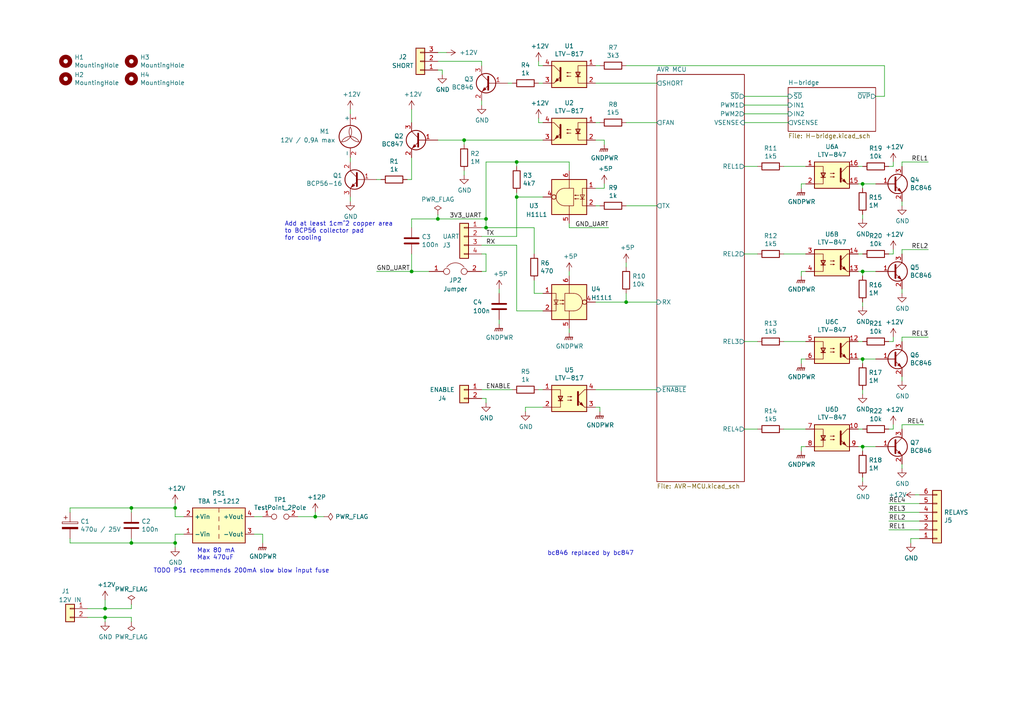
<source format=kicad_sch>
(kicad_sch (version 20230121) (generator eeschema)
  (paper "A4")
  (lib_symbols
    (symbol "Connector:TestPoint_2Pole" (pin_names (offset 0.762) hide)
      (property "Reference" "TP" (at 0 1.524 0))
      (property "Value" "TestPoint_2Pole" (at 0 -1.778 0))
      (symbol "TestPoint_2Pole_0_1"
        (pin passive line (at -5.08 0 0) (length 2.54) (name "1") (number "1"))
        (pin passive line (at 5.08 0 180) (length 2.54) (name "2") (number "2"))
      )
    )
    (symbol "Connector_Generic:Conn_01x02" (pin_names (offset 1.016) hide)
      (property "Reference" "J" (at 0 2.54 0))
      (property "Value" "Conn_01x02" (at 0 -5.08 0))
      (symbol "Conn_01x02_1_1"
        (pin passive line (at -5.08 0 0) (length 3.81) (name "Pin_1") (number "1"))
        (pin passive line (at -5.08 -2.54 0) (length 3.81) (name "Pin_2") (number "2"))
      )
    )
    (symbol "Connector_Generic:Conn_01x03" (pin_names (offset 1.016) hide)
      (property "Reference" "J" (at 0 5.08 0))
      (property "Value" "Conn_01x03" (at 0 -5.08 0))
      (symbol "Conn_01x03_1_1"
        (pin passive line (at -5.08 2.54 0) (length 3.81) (name "Pin_1") (number "1"))
        (pin passive line (at -5.08 0 0) (length 3.81) (name "Pin_2") (number "2"))
        (pin passive line (at -5.08 -2.54 0) (length 3.81) (name "Pin_3") (number "3"))
      )
    )
    (symbol "Connector_Generic:Conn_01x04" (pin_names (offset 1.016) hide)
      (property "Reference" "J" (at 0 5.08 0))
      (property "Value" "Conn_01x04" (at 0 -7.62 0))
      (symbol "Conn_01x04_1_1"
        (pin passive line (at -5.08 2.54 0) (length 3.81) (name "Pin_1") (number "1"))
        (pin passive line (at -5.08 0 0) (length 3.81) (name "Pin_2") (number "2"))
        (pin passive line (at -5.08 -2.54 0) (length 3.81) (name "Pin_3") (number "3"))
        (pin passive line (at -5.08 -5.08 0) (length 3.81) (name "Pin_4") (number "4"))
      )
    )
    (symbol "Connector_Generic:Conn_01x06" (pin_names (offset 1.016) hide)
      (property "Reference" "J" (at 0 7.62 0))
      (property "Value" "Conn_01x06" (at 0 -10.16 0))
      (symbol "Conn_01x06_1_1"
        (pin passive line (at -5.08 5.08 0) (length 3.81) (name "Pin_1") (number "1"))
        (pin passive line (at -5.08 2.54 0) (length 3.81) (name "Pin_2") (number "2"))
        (pin passive line (at -5.08 0 0) (length 3.81) (name "Pin_3") (number "3"))
        (pin passive line (at -5.08 -2.54 0) (length 3.81) (name "Pin_4") (number "4"))
        (pin passive line (at -5.08 -5.08 0) (length 3.81) (name "Pin_5") (number "5"))
        (pin passive line (at -5.08 -7.62 0) (length 3.81) (name "Pin_6") (number "6"))
      )
    )
    (symbol "Converter_DCDC:MEE1S1212SC"
      (property "Reference" "PS" (at -7.62 6.35 0))
      (property "Value" "MEE1S1212SC" (at 1.27 6.35 0))
      (symbol "MEE1S1212SC_0_0"
        (pin power_in line (at -10.16 -2.54 0) (length 2.54) (name "-Vin") (number "1"))
        (pin power_in line (at -10.16 2.54 0) (length 2.54) (name "+Vin") (number "2"))
        (pin power_out line (at 10.16 -2.54 180) (length 2.54) (name "-Vout") (number "3"))
        (pin power_out line (at 10.16 2.54 180) (length 2.54) (name "+Vout") (number "4"))
      )
    )
    (symbol "Device:C" (pin_numbers hide) (pin_names (offset 0.254))
      (property "Reference" "C" (at 0.635 2.54 0))
      (property "Value" "C" (at 0.635 -2.54 0))
      (symbol "C_1_1"
        (pin passive line (at 0 3.81 270) (length 2.794) (name "~") (number "1"))
        (pin passive line (at 0 -3.81 90) (length 2.794) (name "~") (number "2"))
      )
    )
    (symbol "Device:R" (pin_numbers hide) (pin_names (offset 0))
      (property "Reference" "R" (at 2.032 0 90))
      (property "Value" "R" (at 0 0 90))
      (symbol "R_1_1"
        (pin passive line (at 0 3.81 270) (length 1.27) (name "~") (number "1"))
        (pin passive line (at 0 -3.81 90) (length 1.27) (name "~") (number "2"))
      )
    )
    (symbol "Isolator:H11L1" (pin_names (offset 1.016))
      (property "Reference" "U" (at 1.27 8.89 0))
      (property "Value" "H11L1" (at 1.27 6.35 0))
      (symbol "H11L1_1_1"
        (pin passive line (at -7.62 2.54 0) (length 2.54) (name "~") (number "1"))
        (pin passive line (at -7.62 -2.54 0) (length 2.54) (name "~") (number "2"))
        (pin no_connect line (at -5.08 0 0) (length 2.54) hide (name "~") (number "3"))
        (pin output inverted (at 7.62 0 180) (length 3.81) (name "~") (number "4"))
        (pin power_in line (at 0 -7.62 90) (length 2.54) (name "~") (number "5"))
        (pin power_in line (at 0 7.62 270) (length 2.54) (name "~") (number "6"))
      )
    )
    (symbol "Isolator:LTV-817" (pin_names (offset 1.016))
      (property "Reference" "U" (at -5.08 5.08 0))
      (property "Value" "LTV-817" (at 0 5.08 0))
      (symbol "LTV-817_1_1"
        (pin passive line (at -7.62 2.54 0) (length 2.54) (name "~") (number "1"))
        (pin passive line (at -7.62 -2.54 0) (length 2.54) (name "~") (number "2"))
        (pin passive line (at 7.62 -2.54 180) (length 2.54) (name "~") (number "3"))
        (pin passive line (at 7.62 2.54 180) (length 2.54) (name "~") (number "4"))
      )
    )
    (symbol "Isolator:LTV-847" (pin_names (offset 1.016))
      (property "Reference" "U" (at -5.08 5.08 0))
      (property "Value" "LTV-847" (at 0 5.08 0))
      (symbol "LTV-847_1_1"
        (pin passive line (at -7.62 2.54 0) (length 2.54) (name "~") (number "1"))
        (pin passive line (at 7.62 -2.54 180) (length 2.54) (name "~") (number "15"))
        (pin passive line (at 7.62 2.54 180) (length 2.54) (name "~") (number "16"))
        (pin passive line (at -7.62 -2.54 0) (length 2.54) (name "~") (number "2"))
      )
      (symbol "LTV-847_2_1"
        (pin passive line (at 7.62 -2.54 180) (length 2.54) (name "~") (number "13"))
        (pin passive line (at 7.62 2.54 180) (length 2.54) (name "~") (number "14"))
        (pin passive line (at -7.62 2.54 0) (length 2.54) (name "~") (number "3"))
        (pin passive line (at -7.62 -2.54 0) (length 2.54) (name "~") (number "4"))
      )
      (symbol "LTV-847_3_1"
        (pin passive line (at 7.62 -2.54 180) (length 2.54) (name "~") (number "11"))
        (pin passive line (at 7.62 2.54 180) (length 2.54) (name "~") (number "12"))
        (pin passive line (at -7.62 2.54 0) (length 2.54) (name "~") (number "5"))
        (pin passive line (at -7.62 -2.54 0) (length 2.54) (name "~") (number "6"))
      )
      (symbol "LTV-847_4_1"
        (pin passive line (at 7.62 2.54 180) (length 2.54) (name "~") (number "10"))
        (pin passive line (at -7.62 2.54 0) (length 2.54) (name "~") (number "7"))
        (pin passive line (at -7.62 -2.54 0) (length 2.54) (name "~") (number "8"))
        (pin passive line (at 7.62 -2.54 180) (length 2.54) (name "~") (number "9"))
      )
    )
    (symbol "Mechanical:MountingHole" (pin_names (offset 1.016))
      (property "Reference" "H" (at 0 5.08 0))
      (property "Value" "MountingHole" (at 0 3.175 0))
    )
    (symbol "Motor:Fan" (pin_names (offset 0))
      (property "Reference" "M" (at 2.54 5.08 0))
      (property "Value" "Fan" (at 2.54 -2.54 0))
      (symbol "Fan_1_1"
        (pin passive line (at 0 7.62 270) (length 2.54) (name "+") (number "1"))
        (pin passive line (at 0 -5.08 90) (length 2.54) (name "-") (number "2"))
      )
    )
    (symbol "Transistor_BJT:BC846" (pin_names (offset 0) hide)
      (property "Reference" "Q" (at 5.08 1.905 0))
      (property "Value" "BC846" (at 5.08 0 0))
      (symbol "BC846_1_1"
        (pin input line (at -5.08 0 0) (length 5.715) (name "B") (number "1"))
        (pin passive line (at 2.54 -5.08 90) (length 2.54) (name "E") (number "2"))
        (pin passive line (at 2.54 5.08 270) (length 2.54) (name "C") (number "3"))
      )
    )
    (symbol "Transistor_BJT:BC847" (pin_names (offset 0) hide)
      (property "Reference" "Q" (at 5.08 1.905 0))
      (property "Value" "BC847" (at 5.08 0 0))
      (symbol "BC847_1_1"
        (pin input line (at -5.08 0 0) (length 5.715) (name "B") (number "1"))
        (pin passive line (at 2.54 -5.08 90) (length 2.54) (name "E") (number "2"))
        (pin passive line (at 2.54 5.08 270) (length 2.54) (name "C") (number "3"))
      )
    )
    (symbol "Transistor_BJT:BCP56" (pin_names (offset 0) hide)
      (property "Reference" "Q" (at 5.08 1.905 0))
      (property "Value" "BCP56" (at 5.08 0 0))
      (symbol "BCP56_1_1"
        (pin input line (at -5.08 0 0) (length 5.715) (name "B") (number "1"))
        (pin passive line (at 2.54 5.08 270) (length 2.54) (name "C") (number "2"))
        (pin passive line (at 2.54 -5.08 90) (length 2.54) (name "E") (number "3"))
        (pin passive line (at 2.54 5.08 270) (length 2.54) hide (name "C") (number "4"))
      )
    )
    (symbol "power:+12P" (power) (pin_names (offset 0))
      (property "Value" "+12P" (at 0 3.556 0))
      (symbol "+12P_1_1"
        (pin power_in line (at 0 0 90) (length 0) hide (name "+12P") (number "1"))
      )
    )
    (symbol "power:+12V" (power) (pin_names (offset 0))
      (property "Value" "+12V" (at 0 3.556 0))
      (symbol "+12V_1_1"
        (pin power_in line (at 0 0 90) (length 0) hide (name "+12V") (number "1"))
      )
    )
    (symbol "power:+5P" (power) (pin_names (offset 0))
      (property "Value" "+5P" (at 0 3.556 0))
      (symbol "+5P_1_1"
        (pin power_in line (at 0 0 90) (length 0) hide (name "+5P") (number "1"))
      )
    )
    (symbol "power:GND" (power) (pin_names (offset 0))
      (property "Value" "GND" (at 0 -3.81 0))
      (symbol "GND_1_1"
        (pin power_in line (at 0 0 270) (length 0) hide (name "GND") (number "1"))
      )
    )
    (symbol "power:GNDPWR" (power) (pin_names (offset 0))
      (property "Value" "GNDPWR" (at 0 -3.302 0))
      (symbol "GNDPWR_1_1"
        (pin power_in line (at 0 0 270) (length 0) hide (name "GNDPWR") (number "1"))
      )
    )
    (symbol "power:PWR_FLAG" (power) (pin_numbers hide) (pin_names (offset 0) hide)
      (property "Value" "PWR_FLAG" (at 0 3.81 0))
      (symbol "PWR_FLAG_0_0"
        (pin power_out line (at 0 0 90) (length 0) (name "pwr") (number "1"))
      )
    )
    (symbol "vetrnik-power-rescue:CP-Device" (pin_numbers hide) (pin_names (offset 0.254))
      (property "Reference" "C" (at 0.635 2.54 0))
      (property "Value" "Device_CP" (at 0.635 -2.54 0))
      (symbol "CP-Device_1_1"
        (pin passive line (at 0 3.81 270) (length 2.794) (name "~") (number "1"))
        (pin passive line (at 0 -3.81 90) (length 2.794) (name "~") (number "2"))
      )
    )
    (symbol "vetrnik-power-rescue:Jumper-Device" (pin_names (offset 0.762) hide)
      (property "Reference" "JP" (at 0 3.81 0))
      (property "Value" "Device_Jumper" (at 0 -2.032 0))
      (symbol "Jumper-Device_0_1"
        (pin passive line (at -7.62 0 0) (length 4.191) (name "1") (number "1"))
        (pin passive line (at 7.62 0 180) (length 4.191) (name "2") (number "2"))
      )
    )
  )
  (junction (at 119.38 78.74))
  (junction (at 181.61 87.63))
  (junction (at 91.44 149.86))
  (junction (at 250.19 78.74))
  (junction (at 134.62 40.64))
  (junction (at 38.1 157.48))
  (junction (at 38.1 147.32))
  (junction (at 250.19 53.34))
  (junction (at 140.97 66.04))
  (junction (at 149.86 46.99))
  (junction (at 250.19 104.14))
  (junction (at 50.8 157.48))
  (junction (at 30.48 179.07))
  (junction (at 50.8 147.32))
  (junction (at 149.86 57.15))
  (junction (at 140.97 63.5))
  (junction (at 30.48 176.53))
  (junction (at 127 63.5))
  (junction (at 250.19 129.54))
  (wire (pts (xy 250.19 73.66) (xy 248.92 73.66)))
  (wire (pts (xy 215.9 124.46) (xy 219.71 124.46)))
  (wire (pts (xy 228.6 30.48) (xy 215.9 30.48)))
  (wire (pts (xy 259.08 73.66) (xy 259.08 72.39)))
  (wire (pts (xy 175.26 54.61) (xy 175.26 53.34)))
  (wire (pts (xy 73.66 149.86) (xy 76.2 149.86)))
  (wire (pts (xy 232.41 78.74) (xy 233.68 78.74)))
  (wire (pts (xy 148.59 24.13) (xy 147.32 24.13)))
  (wire (pts (xy 101.6 45.72) (xy 101.6 46.99)))
  (wire (pts (xy 38.1 147.32) (xy 38.1 148.59)))
  (wire (pts (xy 165.1 96.52) (xy 165.1 95.25)))
  (wire (pts (xy 165.1 46.99) (xy 165.1 49.53)))
  (wire (pts (xy 261.62 85.09) (xy 261.62 83.82)))
  (wire (pts (xy 50.8 147.32) (xy 38.1 147.32)))
  (wire (pts (xy 261.62 110.49) (xy 261.62 109.22)))
  (wire (pts (xy 91.44 148.59) (xy 91.44 149.86)))
  (wire (pts (xy 215.9 27.94) (xy 228.6 27.94)))
  (wire (pts (xy 172.72 59.69) (xy 173.99 59.69)))
  (wire (pts (xy 119.38 66.04) (xy 119.38 63.5)))
  (wire (pts (xy 172.72 40.64) (xy 175.26 40.64)))
  (wire (pts (xy 38.1 176.53) (xy 30.48 176.53)))
  (wire (pts (xy 172.72 19.05) (xy 173.99 19.05)))
  (wire (pts (xy 227.33 73.66) (xy 233.68 73.66)))
  (wire (pts (xy 250.19 53.34) (xy 254 53.34)))
  (wire (pts (xy 20.32 147.32) (xy 20.32 148.59)))
  (wire (pts (xy 259.08 99.06) (xy 259.08 97.79)))
  (wire (pts (xy 232.41 129.54) (xy 233.68 129.54)))
  (wire (pts (xy 232.41 53.34) (xy 233.68 53.34)))
  (wire (pts (xy 144.78 92.71) (xy 144.78 93.98)))
  (wire (pts (xy 261.62 59.69) (xy 261.62 58.42)))
  (wire (pts (xy 176.53 66.04) (xy 165.1 66.04)))
  (wire (pts (xy 118.11 52.07) (xy 119.38 52.07)))
  (wire (pts (xy 25.4 176.53) (xy 30.48 176.53)))
  (wire (pts (xy 38.1 179.07) (xy 30.48 179.07)))
  (wire (pts (xy 149.86 46.99) (xy 165.1 46.99)))
  (wire (pts (xy 140.97 116.84) (xy 140.97 115.57)))
  (wire (pts (xy 261.62 123.19) (xy 261.62 124.46)))
  (wire (pts (xy 140.97 66.04) (xy 140.97 63.5)))
  (wire (pts (xy 250.19 114.3) (xy 250.19 113.03)))
  (wire (pts (xy 172.72 54.61) (xy 175.26 54.61)))
  (wire (pts (xy 261.62 99.06) (xy 261.62 97.79)))
  (wire (pts (xy 261.62 135.89) (xy 261.62 134.62)))
  (wire (pts (xy 250.19 78.74) (xy 254 78.74)))
  (wire (pts (xy 149.86 90.17) (xy 157.48 90.17)))
  (wire (pts (xy 257.81 146.05) (xy 266.7 146.05)))
  (wire (pts (xy 257.81 73.66) (xy 259.08 73.66)))
  (wire (pts (xy 38.1 156.21) (xy 38.1 157.48)))
  (wire (pts (xy 119.38 73.66) (xy 119.38 78.74)))
  (wire (pts (xy 156.21 113.03) (xy 157.48 113.03)))
  (wire (pts (xy 181.61 59.69) (xy 190.5 59.69)))
  (wire (pts (xy 152.4 119.38) (xy 152.4 118.11)))
  (wire (pts (xy 128.27 21.59) (xy 128.27 20.32)))
  (wire (pts (xy 190.5 113.03) (xy 172.72 113.03)))
  (wire (pts (xy 154.94 85.09) (xy 157.48 85.09)))
  (wire (pts (xy 227.33 99.06) (xy 233.68 99.06)))
  (wire (pts (xy 119.38 45.72) (xy 119.38 52.07)))
  (wire (pts (xy 139.7 78.74) (xy 140.97 78.74)))
  (wire (pts (xy 248.92 53.34) (xy 250.19 53.34)))
  (wire (pts (xy 181.61 35.56) (xy 190.5 35.56)))
  (wire (pts (xy 215.9 35.56) (xy 228.6 35.56)))
  (wire (pts (xy 269.24 97.79) (xy 261.62 97.79)))
  (wire (pts (xy 259.08 124.46) (xy 259.08 123.19)))
  (wire (pts (xy 257.81 148.59) (xy 266.7 148.59)))
  (wire (pts (xy 165.1 66.04) (xy 165.1 64.77)))
  (wire (pts (xy 25.4 179.07) (xy 30.48 179.07)))
  (wire (pts (xy 250.19 80.01) (xy 250.19 78.74)))
  (wire (pts (xy 269.24 72.39) (xy 261.62 72.39)))
  (wire (pts (xy 93.98 149.86) (xy 91.44 149.86)))
  (wire (pts (xy 38.1 157.48) (xy 50.8 157.48)))
  (wire (pts (xy 250.19 99.06) (xy 248.92 99.06)))
  (wire (pts (xy 250.19 104.14) (xy 254 104.14)))
  (wire (pts (xy 173.99 35.56) (xy 172.72 35.56)))
  (wire (pts (xy 257.81 151.13) (xy 266.7 151.13)))
  (wire (pts (xy 181.61 85.09) (xy 181.61 87.63)))
  (wire (pts (xy 250.19 129.54) (xy 254 129.54)))
  (wire (pts (xy 134.62 40.64) (xy 134.62 41.91)))
  (wire (pts (xy 140.97 66.04) (xy 154.94 66.04)))
  (wire (pts (xy 127 17.78) (xy 139.7 17.78)))
  (wire (pts (xy 232.41 80.01) (xy 232.41 78.74)))
  (wire (pts (xy 50.8 147.32) (xy 50.8 149.86)))
  (wire (pts (xy 124.46 78.74) (xy 119.38 78.74)))
  (wire (pts (xy 256.54 27.94) (xy 254 27.94)))
  (wire (pts (xy 50.8 149.86) (xy 53.34 149.86)))
  (wire (pts (xy 154.94 66.04) (xy 154.94 73.66)))
  (wire (pts (xy 269.24 46.99) (xy 261.62 46.99)))
  (wire (pts (xy 139.7 17.78) (xy 139.7 19.05)))
  (wire (pts (xy 250.19 130.81) (xy 250.19 129.54)))
  (wire (pts (xy 250.19 54.61) (xy 250.19 53.34)))
  (wire (pts (xy 257.81 153.67) (xy 266.7 153.67)))
  (wire (pts (xy 172.72 87.63) (xy 181.61 87.63)))
  (wire (pts (xy 109.22 78.74) (xy 119.38 78.74)))
  (wire (pts (xy 38.1 180.34) (xy 38.1 179.07)))
  (wire (pts (xy 140.97 115.57) (xy 139.7 115.57)))
  (wire (pts (xy 127 63.5) (xy 140.97 63.5)))
  (wire (pts (xy 20.32 157.48) (xy 38.1 157.48)))
  (wire (pts (xy 156.21 17.78) (xy 156.21 19.05)))
  (wire (pts (xy 256.54 19.05) (xy 256.54 27.94)))
  (wire (pts (xy 215.9 73.66) (xy 219.71 73.66)))
  (wire (pts (xy 76.2 157.48) (xy 76.2 154.94)))
  (wire (pts (xy 250.19 105.41) (xy 250.19 104.14)))
  (wire (pts (xy 154.94 81.28) (xy 154.94 85.09)))
  (wire (pts (xy 227.33 124.46) (xy 233.68 124.46)))
  (wire (pts (xy 140.97 46.99) (xy 149.86 46.99)))
  (wire (pts (xy 139.7 113.03) (xy 148.59 113.03)))
  (wire (pts (xy 30.48 179.07) (xy 30.48 180.34)))
  (wire (pts (xy 139.7 30.48) (xy 139.7 29.21)))
  (wire (pts (xy 101.6 33.02) (xy 101.6 31.75)))
  (wire (pts (xy 250.19 63.5) (xy 250.19 62.23)))
  (wire (pts (xy 127 62.23) (xy 127 63.5)))
  (wire (pts (xy 156.21 24.13) (xy 157.48 24.13)))
  (wire (pts (xy 227.33 48.26) (xy 233.68 48.26)))
  (wire (pts (xy 232.41 130.81) (xy 232.41 129.54)))
  (wire (pts (xy 172.72 24.13) (xy 190.5 24.13)))
  (wire (pts (xy 50.8 146.05) (xy 50.8 147.32)))
  (wire (pts (xy 109.22 52.07) (xy 110.49 52.07)))
  (wire (pts (xy 173.99 119.38) (xy 173.99 118.11)))
  (wire (pts (xy 257.81 48.26) (xy 259.08 48.26)))
  (wire (pts (xy 30.48 176.53) (xy 30.48 173.99)))
  (wire (pts (xy 259.08 48.26) (xy 259.08 46.99)))
  (wire (pts (xy 261.62 73.66) (xy 261.62 72.39)))
  (wire (pts (xy 232.41 54.61) (xy 232.41 53.34)))
  (wire (pts (xy 149.86 71.12) (xy 149.86 90.17)))
  (wire (pts (xy 139.7 68.58) (xy 149.86 68.58)))
  (wire (pts (xy 156.21 34.29) (xy 156.21 35.56)))
  (wire (pts (xy 156.21 35.56) (xy 157.48 35.56)))
  (wire (pts (xy 250.19 139.7) (xy 250.19 138.43)))
  (wire (pts (xy 140.97 73.66) (xy 140.97 78.74)))
  (wire (pts (xy 250.19 124.46) (xy 248.92 124.46)))
  (wire (pts (xy 149.86 68.58) (xy 149.86 57.15)))
  (wire (pts (xy 128.27 20.32) (xy 127 20.32)))
  (wire (pts (xy 76.2 154.94) (xy 73.66 154.94)))
  (wire (pts (xy 181.61 87.63) (xy 190.5 87.63)))
  (wire (pts (xy 38.1 147.32) (xy 20.32 147.32)))
  (wire (pts (xy 232.41 104.14) (xy 233.68 104.14)))
  (wire (pts (xy 267.97 123.19) (xy 261.62 123.19)))
  (wire (pts (xy 119.38 63.5) (xy 127 63.5)))
  (wire (pts (xy 139.7 73.66) (xy 140.97 73.66)))
  (wire (pts (xy 261.62 46.99) (xy 261.62 48.26)))
  (wire (pts (xy 264.16 157.48) (xy 264.16 156.21)))
  (wire (pts (xy 50.8 158.75) (xy 50.8 157.48)))
  (wire (pts (xy 257.81 124.46) (xy 259.08 124.46)))
  (wire (pts (xy 232.41 105.41) (xy 232.41 104.14)))
  (wire (pts (xy 265.43 143.51) (xy 266.7 143.51)))
  (wire (pts (xy 181.61 76.2) (xy 181.61 77.47)))
  (wire (pts (xy 149.86 48.26) (xy 149.86 46.99)))
  (wire (pts (xy 173.99 118.11) (xy 172.72 118.11)))
  (wire (pts (xy 139.7 71.12) (xy 149.86 71.12)))
  (wire (pts (xy 181.61 19.05) (xy 256.54 19.05)))
  (wire (pts (xy 248.92 104.14) (xy 250.19 104.14)))
  (wire (pts (xy 152.4 118.11) (xy 157.48 118.11)))
  (wire (pts (xy 248.92 129.54) (xy 250.19 129.54)))
  (wire (pts (xy 165.1 78.74) (xy 165.1 80.01)))
  (wire (pts (xy 215.9 48.26) (xy 219.71 48.26)))
  (wire (pts (xy 134.62 50.8) (xy 134.62 49.53)))
  (wire (pts (xy 127 40.64) (xy 134.62 40.64)))
  (wire (pts (xy 144.78 83.82) (xy 144.78 85.09)))
  (wire (pts (xy 156.21 19.05) (xy 157.48 19.05)))
  (wire (pts (xy 175.26 40.64) (xy 175.26 41.91)))
  (wire (pts (xy 215.9 33.02) (xy 228.6 33.02)))
  (wire (pts (xy 38.1 175.26) (xy 38.1 176.53)))
  (wire (pts (xy 20.32 156.21) (xy 20.32 157.48)))
  (wire (pts (xy 250.19 88.9) (xy 250.19 87.63)))
  (wire (pts (xy 140.97 63.5) (xy 140.97 46.99)))
  (wire (pts (xy 91.44 149.86) (xy 86.36 149.86)))
  (wire (pts (xy 139.7 66.04) (xy 140.97 66.04)))
  (wire (pts (xy 215.9 99.06) (xy 219.71 99.06)))
  (wire (pts (xy 50.8 157.48) (xy 50.8 154.94)))
  (wire (pts (xy 264.16 156.21) (xy 266.7 156.21)))
  (wire (pts (xy 50.8 154.94) (xy 53.34 154.94)))
  (wire (pts (xy 149.86 57.15) (xy 149.86 55.88)))
  (wire (pts (xy 101.6 58.42) (xy 101.6 57.15)))
  (wire (pts (xy 134.62 40.64) (xy 157.48 40.64)))
  (wire (pts (xy 248.92 48.26) (xy 250.19 48.26)))
  (wire (pts (xy 119.38 31.75) (xy 119.38 35.56)))
  (wire (pts (xy 257.81 99.06) (xy 259.08 99.06)))
  (wire (pts (xy 248.92 78.74) (xy 250.19 78.74)))
  (wire (pts (xy 157.48 57.15) (xy 149.86 57.15)))
  (wire (pts (xy 129.54 15.24) (xy 127 15.24)))
  (text "Add at least 1cm^2 copper area\nto BCP56 collector pad\nfor cooling" (at 82.55 69.85 0) (effects (font (size 1.27 1.27)) (justify left bottom)))
  (text "Max 80 mA\nMax 470uF" (at 57.15 162.56 0) (effects (font (size 1.27 1.27)) (justify left bottom)))
  (text "TODO PS1 recommends 200mA slow blow input fuse" (at 44.45 166.37 0) (effects (font (size 1.27 1.27)) (justify left bottom)))
  (text "bc846 replaced by bc847" (at 158.75 161.29 0) (effects (font (size 1.27 1.27)) (justify left bottom)))
  (label "3V3_UART" (at 139.7 63.5 180))
  (label "REL4" (at 257.81 146.05 0))
  (label "REL2" (at 269.24 72.39 180))
  (label "REL3" (at 269.24 97.79 180))
  (label "RX" (at 140.97 71.12 0))
  (label "ENABLE" (at 140.97 113.03 0))
  (label "TX" (at 140.97 68.58 0))
  (label "REL4" (at 267.97 123.19 180))
  (label "REL1" (at 257.81 153.67 0))
  (label "GND_UART" (at 176.53 66.04 180))
  (label "GND_UART" (at 109.22 78.74 0))
  (label "REL1" (at 269.24 46.99 180))
  (label "REL2" (at 257.81 151.13 0))
  (label "REL3" (at 257.81 148.59 0))
  (symbol (lib_id "Device:R") (at 181.61 81.28 0) (unit 1)
    (property "Reference" "R10" (at 183.388 80.1116 0) (effects (justify left)))
    (property "Value" "10k" (at 183.388 82.423 0) (effects (justify left)))
    (property "Footprint" "Resistor_SMD:R_1206_3216Metric_Pad1.30x1.75mm_HandSolder" (effects hide))
  )
  (symbol (lib_id "Isolator:LTV-817") (at 165.1 21.59 0) (mirror y) (unit 1)
    (property "Reference" "U1" (at 165.1 13.335 0))
    (property "Value" "LTV-817" (at 165.1 15.6464 0))
    (property "Footprint" "Package_DIP:DIP-4_W7.62mm" (effects hide))
    (property "Datasheet" "http://www.us.liteon.com/downloads/LTV-817-827-847.PDF" (effects hide))
  )
  (symbol (lib_id "power:+5P") (at 181.61 76.2 0) (unit 1)
    (property "Reference" "#PWR027" (effects hide))
    (property "Value" "+5P" (at 181.991 71.8058 0))
  )
  (symbol (lib_id "power:+5P") (at 165.1 78.74 0) (unit 1)
    (property "Reference" "#PWR022" (effects hide))
    (property "Value" "+5P" (at 165.481 74.3458 0))
  )
  (symbol (lib_id "Isolator:LTV-817") (at 165.1 38.1 0) (mirror y) (unit 1)
    (property "Reference" "U2" (at 165.1 29.845 0))
    (property "Value" "LTV-817" (at 165.1 32.1564 0))
    (property "Footprint" "Package_DIP:DIP-4_W7.62mm" (effects hide))
    (property "Datasheet" "http://www.us.liteon.com/downloads/LTV-817-827-847.PDF" (effects hide))
  )
  (symbol (lib_id "power:GNDPWR") (at 165.1 96.52 0) (unit 1)
    (property "Reference" "#PWR023" (effects hide))
    (property "Value" "GNDPWR" (at 165.2016 100.4316 0))
  )
  (symbol (lib_id "Isolator:LTV-817") (at 165.1 115.57 0) (unit 1)
    (property "Reference" "U5" (at 165.1 107.315 0))
    (property "Value" "LTV-817" (at 165.1 109.6264 0))
    (property "Footprint" "Package_DIP:DIP-4_W7.62mm" (effects hide))
    (property "Datasheet" "http://www.us.liteon.com/downloads/LTV-817-827-847.PDF" (effects hide))
  )
  (symbol (lib_id "power:+5P") (at 175.26 53.34 0) (unit 1)
    (property "Reference" "#PWR026" (effects hide))
    (property "Value" "+5P" (at 175.641 48.9458 0))
  )
  (symbol (lib_id "Device:R") (at 177.8 59.69 270) (unit 1)
    (property "Reference" "R9" (at 177.8 54.4322 90))
    (property "Value" "1k" (at 177.8 56.7436 90))
    (property "Footprint" "Resistor_SMD:R_1206_3216Metric_Pad1.30x1.75mm_HandSolder" (effects hide))
  )
  (symbol (lib_id "Device:R") (at 149.86 52.07 0) (unit 1)
    (property "Reference" "R3" (at 151.638 50.9016 0) (effects (justify left)))
    (property "Value" "4k7" (at 151.638 53.213 0) (effects (justify left)))
    (property "Footprint" "Resistor_SMD:R_1206_3216Metric_Pad1.30x1.75mm_HandSolder" (effects hide))
  )
  (symbol (lib_id "Mechanical:MountingHole") (at 19.05 17.78 0) (unit 1)
    (property "Reference" "H1" (at 21.59 16.6116 0) (effects (justify left)))
    (property "Value" "MountingHole" (at 21.59 18.923 0) (effects (justify left)))
    (property "Footprint" "MountingHole:MountingHole_3.2mm_M3" (effects hide))
  )
  (symbol (lib_id "Mechanical:MountingHole") (at 38.1 17.78 0) (unit 1)
    (property "Reference" "H3" (at 40.64 16.6116 0) (effects (justify left)))
    (property "Value" "MountingHole" (at 40.64 18.923 0) (effects (justify left)))
    (property "Footprint" "MountingHole:MountingHole_3.2mm_M3" (effects hide))
  )
  (symbol (lib_id "Connector_Generic:Conn_01x04") (at 134.62 68.58 0) (mirror y) (unit 1)
    (property "Reference" "J3" (at 129.54 71.12 0))
    (property "Value" "UART" (at 130.81 68.58 0))
    (property "Footprint" "Connector_Molex:Molex_KK-254_AE-6410-04A_1x04_P2.54mm_Vertical" (effects hide))
  )
  (symbol (lib_id "Mechanical:MountingHole") (at 19.05 22.86 0) (unit 1)
    (property "Reference" "H2" (at 21.59 21.6916 0) (effects (justify left)))
    (property "Value" "MountingHole" (at 21.59 24.003 0) (effects (justify left)))
    (property "Footprint" "MountingHole:MountingHole_3.2mm_M3" (effects hide))
  )
  (symbol (lib_id "Mechanical:MountingHole") (at 38.1 22.86 0) (unit 1)
    (property "Reference" "H4" (at 40.64 21.6916 0) (effects (justify left)))
    (property "Value" "MountingHole" (at 40.64 24.003 0) (effects (justify left)))
    (property "Footprint" "MountingHole:MountingHole_3.2mm_M3" (effects hide))
  )
  (symbol (lib_id "Device:R") (at 154.94 77.47 0) (unit 1)
    (property "Reference" "R6" (at 156.718 76.3016 0) (effects (justify left)))
    (property "Value" "470" (at 156.718 78.613 0) (effects (justify left)))
    (property "Footprint" "Resistor_SMD:R_1206_3216Metric_Pad1.30x1.75mm_HandSolder" (effects hide))
  )
  (symbol (lib_id "Device:C") (at 119.38 69.85 0) (unit 1)
    (property "Reference" "C3" (at 122.301 68.6816 0) (effects (justify left)))
    (property "Value" "100n" (at 122.301 70.993 0) (effects (justify left)))
    (property "Footprint" "Capacitor_SMD:C_1206_3216Metric_Pad1.33x1.80mm_HandSolder" (effects hide))
  )
  (symbol (lib_id "Converter_DCDC:MEE1S1212SC") (at 63.5 152.4 0) (unit 1)
    (property "Reference" "PS1" (at 63.5 143.0782 0))
    (property "Value" "TBA 1-1212" (at 63.5 145.3896 0))
    (property "Footprint" "Converter_DCDC:Converter_DCDC_Murata_MEE1SxxxxSC_THT" (effects hide))
    (property "Datasheet" "https://www.tme.eu/Document/04c8092078f15ad8e8fca758a461a5e9/tba1-datasheet.pdf" (effects hide))
    (property "TME" "https://www.tme.eu/cz/details/tba1-1212/dc-dc-menice/traco-power/tba-1-1212/" (effects hide))
  )
  (symbol (lib_id "power:GNDPWR") (at 76.2 157.48 0) (unit 1)
    (property "Reference" "#PWR05" (effects hide))
    (property "Value" "GNDPWR" (at 76.3016 161.3916 0))
  )
  (symbol (lib_id "power:+12P") (at 91.44 148.59 0) (unit 1)
    (property "Reference" "#PWR06" (effects hide))
    (property "Value" "+12P" (at 91.821 144.1958 0))
  )
  (symbol (lib_id "power:GND") (at 50.8 158.75 0) (unit 1)
    (property "Reference" "#PWR04" (effects hide))
    (property "Value" "GND" (at 50.927 163.1442 0))
  )
  (symbol (lib_id "power:+12V") (at 50.8 146.05 0) (unit 1)
    (property "Reference" "#PWR03" (effects hide))
    (property "Value" "+12V" (at 51.181 141.6558 0))
  )
  (symbol (lib_id "Device:R") (at 177.8 19.05 270) (unit 1)
    (property "Reference" "R7" (at 177.8 13.7922 90))
    (property "Value" "3k3" (at 177.8 16.1036 90))
    (property "Footprint" "Resistor_SMD:R_1206_3216Metric_Pad1.30x1.75mm_HandSolder" (effects hide))
  )
  (symbol (lib_id "power:+12V") (at 156.21 17.78 0) (unit 1)
    (property "Reference" "#PWR019" (effects hide))
    (property "Value" "+12V" (at 156.591 13.3858 0))
  )
  (symbol (lib_id "Transistor_BJT:BC846") (at 142.24 24.13 0) (mirror y) (unit 1)
    (property "Reference" "Q3" (at 137.3886 22.9616 0) (effects (justify left)))
    (property "Value" "BC846" (at 137.3886 25.273 0) (effects (justify left)))
    (property "Footprint" "Package_TO_SOT_SMD:SOT-23" (effects hide))
    (property "Datasheet" "https://assets.nexperia.com/documents/data-sheet/BC846_SER.pdf" (effects hide))
  )
  (symbol (lib_id "power:GND") (at 139.7 30.48 0) (unit 1)
    (property "Reference" "#PWR013" (effects hide))
    (property "Value" "GND" (at 139.827 34.8742 0))
  )
  (symbol (lib_id "Device:R") (at 152.4 24.13 270) (unit 1)
    (property "Reference" "R4" (at 152.4 18.8722 90))
    (property "Value" "1k" (at 152.4 21.1836 90))
    (property "Footprint" "Resistor_SMD:R_1206_3216Metric_Pad1.30x1.75mm_HandSolder" (effects hide))
  )
  (symbol (lib_id "power:GND") (at 128.27 21.59 0) (unit 1)
    (property "Reference" "#PWR010" (effects hide))
    (property "Value" "GND" (at 128.397 25.9842 0))
  )
  (symbol (lib_id "power:GNDPWR") (at 173.99 119.38 0) (unit 1)
    (property "Reference" "#PWR024" (effects hide))
    (property "Value" "GNDPWR" (at 174.0916 123.2916 0))
  )
  (symbol (lib_id "power:GND") (at 152.4 119.38 0) (unit 1)
    (property "Reference" "#PWR018" (effects hide))
    (property "Value" "GND" (at 152.527 123.7742 0))
  )
  (symbol (lib_id "vetrnik-power-rescue:Jumper-Device") (at 132.08 78.74 0) (unit 1)
    (property "Reference" "JP2" (at 132.08 81.28 0))
    (property "Value" "Jumper" (at 132.08 83.82 0))
    (property "Footprint" "Resistor_SMD:R_1206_3216Metric_Pad1.30x1.75mm_HandSolder" (effects hide))
  )
  (symbol (lib_id "Device:C") (at 144.78 88.9 0) (unit 1)
    (property "Reference" "C4" (at 137.16 87.63 0) (effects (justify left)))
    (property "Value" "100n" (at 137.16 90.17 0) (effects (justify left)))
    (property "Footprint" "Capacitor_SMD:C_1206_3216Metric_Pad1.33x1.80mm_HandSolder" (effects hide))
  )
  (symbol (lib_id "power:GNDPWR") (at 144.78 93.98 0) (unit 1)
    (property "Reference" "#PWR017" (effects hide))
    (property "Value" "GNDPWR" (at 144.8816 97.8916 0))
  )
  (symbol (lib_id "power:+5P") (at 144.78 83.82 0) (unit 1)
    (property "Reference" "#PWR016" (effects hide))
    (property "Value" "+5P" (at 145.161 79.4258 0))
  )
  (symbol (lib_id "Connector_Generic:Conn_01x02") (at 134.62 113.03 0) (mirror y) (unit 1)
    (property "Reference" "J4" (at 128.27 115.57 0))
    (property "Value" "ENABLE" (at 128.27 113.03 0))
    (property "Footprint" "Connector_Molex:Molex_KK-254_AE-6410-02A_1x02_P2.54mm_Vertical" (effects hide))
  )
  (symbol (lib_id "power:GND") (at 140.97 116.84 0) (unit 1)
    (property "Reference" "#PWR015" (effects hide))
    (property "Value" "GND" (at 141.097 121.2342 0))
  )
  (symbol (lib_id "Device:R") (at 152.4 113.03 270) (unit 1)
    (property "Reference" "R5" (at 152.4 107.7722 90))
    (property "Value" "1k" (at 152.4 110.0836 90))
    (property "Footprint" "Resistor_SMD:R_1206_3216Metric_Pad1.30x1.75mm_HandSolder" (effects hide))
  )
  (symbol (lib_id "Connector_Generic:Conn_01x02") (at 20.32 176.53 0) (mirror y) (unit 1)
    (property "Reference" "J1" (at 19.05 171.45 0))
    (property "Value" "12V IN" (at 20.32 173.99 0))
    (property "Footprint" "Connector_Molex:Molex_KK-254_AE-6410-02A_1x02_P2.54mm_Vertical" (effects hide))
  )
  (symbol (lib_id "power:GND") (at 30.48 180.34 0) (unit 1)
    (property "Reference" "#PWR02" (effects hide))
    (property "Value" "GND" (at 30.607 184.7342 0))
  )
  (symbol (lib_id "power:+12V") (at 30.48 173.99 0) (unit 1)
    (property "Reference" "#PWR01" (effects hide))
    (property "Value" "+12V" (at 30.861 169.5958 0))
  )
  (symbol (lib_id "power:PWR_FLAG") (at 38.1 175.26 0) (unit 1)
    (property "Reference" "#FLG01" (effects hide))
    (property "Value" "PWR_FLAG" (at 38.1 170.8658 0))
  )
  (symbol (lib_id "power:PWR_FLAG") (at 38.1 180.34 180) (unit 1)
    (property "Reference" "#FLG02" (effects hide))
    (property "Value" "PWR_FLAG" (at 38.1 184.7342 0))
  )
  (symbol (lib_id "Isolator:LTV-847") (at 241.3 127 0) (unit 4)
    (property "Reference" "U6" (at 241.3 118.745 0))
    (property "Value" "LTV-847" (at 241.3 121.0564 0))
    (property "Footprint" "Package_DIP:DIP-16_W7.62mm" (effects hide))
    (property "Datasheet" "http://optoelectronics.liteon.com/upload/download/DS-70-96-0016/LTV-8X7%20series.PDF" (effects hide))
  )
  (symbol (lib_id "Isolator:LTV-847") (at 241.3 50.8 0) (unit 1)
    (property "Reference" "U6" (at 241.3 42.545 0))
    (property "Value" "LTV-847" (at 241.3 44.8564 0))
    (property "Footprint" "Package_DIP:DIP-16_W7.62mm" (effects hide))
    (property "Datasheet" "http://optoelectronics.liteon.com/upload/download/DS-70-96-0016/LTV-8X7%20series.PDF" (effects hide))
  )
  (symbol (lib_id "Isolator:LTV-847") (at 241.3 76.2 0) (unit 2)
    (property "Reference" "U6" (at 241.3 67.945 0))
    (property "Value" "LTV-847" (at 241.3 70.2564 0))
    (property "Footprint" "Package_DIP:DIP-16_W7.62mm" (effects hide))
    (property "Datasheet" "http://optoelectronics.liteon.com/upload/download/DS-70-96-0016/LTV-8X7%20series.PDF" (effects hide))
  )
  (symbol (lib_id "Isolator:LTV-847") (at 241.3 101.6 0) (unit 3)
    (property "Reference" "U6" (at 241.3 93.345 0))
    (property "Value" "LTV-847" (at 241.3 95.6564 0))
    (property "Footprint" "Package_DIP:DIP-16_W7.62mm" (effects hide))
    (property "Datasheet" "http://optoelectronics.liteon.com/upload/download/DS-70-96-0016/LTV-8X7%20series.PDF" (effects hide))
  )
  (symbol (lib_id "Device:R") (at 223.52 48.26 270) (unit 1)
    (property "Reference" "R11" (at 223.52 43.0022 90))
    (property "Value" "1k5" (at 223.52 45.3136 90))
    (property "Footprint" "Resistor_SMD:R_1206_3216Metric_Pad1.30x1.75mm_HandSolder" (effects hide))
  )
  (symbol (lib_id "Device:R") (at 223.52 73.66 270) (unit 1)
    (property "Reference" "R12" (at 223.52 68.4022 90))
    (property "Value" "1k5" (at 223.52 70.7136 90))
    (property "Footprint" "Resistor_SMD:R_1206_3216Metric_Pad1.30x1.75mm_HandSolder" (effects hide))
  )
  (symbol (lib_id "Device:R") (at 223.52 99.06 270) (unit 1)
    (property "Reference" "R13" (at 223.52 93.8022 90))
    (property "Value" "1k5" (at 223.52 96.1136 90))
    (property "Footprint" "Resistor_SMD:R_1206_3216Metric_Pad1.30x1.75mm_HandSolder" (effects hide))
  )
  (symbol (lib_id "power:GNDPWR") (at 232.41 105.41 0) (unit 1)
    (property "Reference" "#PWR030" (effects hide))
    (property "Value" "GNDPWR" (at 232.5116 109.3216 0))
  )
  (symbol (lib_id "power:GNDPWR") (at 232.41 80.01 0) (unit 1)
    (property "Reference" "#PWR029" (effects hide))
    (property "Value" "GNDPWR" (at 232.5116 83.9216 0))
  )
  (symbol (lib_id "power:GNDPWR") (at 232.41 54.61 0) (unit 1)
    (property "Reference" "#PWR028" (effects hide))
    (property "Value" "GNDPWR" (at 232.5116 58.5216 0))
  )
  (symbol (lib_id "Transistor_BJT:BC846") (at 259.08 53.34 0) (unit 1)
    (property "Reference" "Q4" (at 263.9314 52.1716 0) (effects (justify left)))
    (property "Value" "BC846" (at 263.9314 54.483 0) (effects (justify left)))
    (property "Footprint" "Package_TO_SOT_SMD:SOT-23" (effects hide))
    (property "Datasheet" "https://assets.nexperia.com/documents/data-sheet/BC846_SER.pdf" (effects hide))
  )
  (symbol (lib_id "Transistor_BJT:BC846") (at 259.08 78.74 0) (unit 1)
    (property "Reference" "Q5" (at 263.9314 77.5716 0) (effects (justify left)))
    (property "Value" "BC846" (at 263.9314 79.883 0) (effects (justify left)))
    (property "Footprint" "Package_TO_SOT_SMD:SOT-23" (effects hide))
    (property "Datasheet" "https://assets.nexperia.com/documents/data-sheet/BC846_SER.pdf" (effects hide))
  )
  (symbol (lib_id "Transistor_BJT:BC846") (at 259.08 104.14 0) (unit 1)
    (property "Reference" "Q6" (at 263.9314 102.9716 0) (effects (justify left)))
    (property "Value" "BC846" (at 263.9314 105.283 0) (effects (justify left)))
    (property "Footprint" "Package_TO_SOT_SMD:SOT-23" (effects hide))
    (property "Datasheet" "https://assets.nexperia.com/documents/data-sheet/BC846_SER.pdf" (effects hide))
  )
  (symbol (lib_id "power:+12V") (at 259.08 46.99 0) (unit 1)
    (property "Reference" "#PWR036" (effects hide))
    (property "Value" "+12V" (at 259.461 42.5958 0))
  )
  (symbol (lib_id "Device:R") (at 254 48.26 270) (unit 1)
    (property "Reference" "R19" (at 254 43.0022 90))
    (property "Value" "10k" (at 254 45.3136 90))
    (property "Footprint" "Resistor_SMD:R_1206_3216Metric_Pad1.30x1.75mm_HandSolder" (effects hide))
  )
  (symbol (lib_id "power:GND") (at 261.62 59.69 0) (unit 1)
    (property "Reference" "#PWR040" (effects hide))
    (property "Value" "GND" (at 261.747 64.0842 0))
  )
  (symbol (lib_id "Device:R") (at 254 73.66 270) (unit 1)
    (property "Reference" "R20" (at 254 68.4022 90))
    (property "Value" "10k" (at 254 70.7136 90))
    (property "Footprint" "Resistor_SMD:R_1206_3216Metric_Pad1.30x1.75mm_HandSolder" (effects hide))
  )
  (symbol (lib_id "power:+12V") (at 259.08 72.39 0) (unit 1)
    (property "Reference" "#PWR037" (effects hide))
    (property "Value" "+12V" (at 259.461 67.9958 0))
  )
  (symbol (lib_id "power:GND") (at 261.62 85.09 0) (unit 1)
    (property "Reference" "#PWR041" (effects hide))
    (property "Value" "GND" (at 261.747 89.4842 0))
  )
  (symbol (lib_id "Device:R") (at 254 99.06 270) (unit 1)
    (property "Reference" "R21" (at 254 93.8022 90))
    (property "Value" "10k" (at 254 96.1136 90))
    (property "Footprint" "Resistor_SMD:R_1206_3216Metric_Pad1.30x1.75mm_HandSolder" (effects hide))
  )
  (symbol (lib_id "power:+12V") (at 259.08 97.79 0) (unit 1)
    (property "Reference" "#PWR038" (effects hide))
    (property "Value" "+12V" (at 259.461 93.3958 0))
  )
  (symbol (lib_id "power:GND") (at 261.62 110.49 0) (unit 1)
    (property "Reference" "#PWR042" (effects hide))
    (property "Value" "GND" (at 261.747 114.8842 0))
  )
  (symbol (lib_id "power:GNDPWR") (at 175.26 41.91 0) (unit 1)
    (property "Reference" "#PWR025" (effects hide))
    (property "Value" "GNDPWR" (at 175.3616 45.8216 0))
  )
  (symbol (lib_id "Device:R") (at 177.8 35.56 270) (unit 1)
    (property "Reference" "R8" (at 177.8 30.3022 90))
    (property "Value" "1k5" (at 177.8 32.6136 90))
    (property "Footprint" "Resistor_SMD:R_1206_3216Metric_Pad1.30x1.75mm_HandSolder" (effects hide))
  )
  (symbol (lib_id "Transistor_BJT:BCP56") (at 104.14 52.07 0) (mirror y) (unit 1)
    (property "Reference" "Q1" (at 99.2886 50.9016 0) (effects (justify left)))
    (property "Value" "BCP56-16" (at 99.2886 53.213 0) (effects (justify left)))
    (property "Footprint" "Package_TO_SOT_SMD:SOT-223-3_TabPin2" (effects hide))
    (property "Datasheet" "http://cache.nxp.com/documents/data_sheet/BCP56_BCX56_BC56PA.pdf?pspll=1" (effects hide))
  )
  (symbol (lib_id "power:GND") (at 101.6 58.42 0) (unit 1)
    (property "Reference" "#PWR08" (effects hide))
    (property "Value" "GND" (at 101.727 62.8142 0))
  )
  (symbol (lib_id "power:+12V") (at 101.6 31.75 0) (unit 1)
    (property "Reference" "#PWR07" (effects hide))
    (property "Value" "+12V" (at 101.981 27.3558 0))
  )
  (symbol (lib_id "Motor:Fan") (at 101.6 40.64 0) (unit 1)
    (property "Reference" "M1" (at 92.71 38.1 0) (effects (justify left)))
    (property "Value" "12V / 0,9A max" (at 81.28 40.64 0) (effects (justify left)))
    (property "Footprint" "Connector_Molex:Molex_KK-254_AE-6410-02A_1x02_P2.54mm_Vertical" (effects hide))
  )
  (symbol (lib_id "Device:R") (at 114.3 52.07 270) (unit 1)
    (property "Reference" "R1" (at 114.3 46.8122 90))
    (property "Value" "1k" (at 114.3 49.1236 90))
    (property "Footprint" "Resistor_SMD:R_1206_3216Metric_Pad1.30x1.75mm_HandSolder" (effects hide))
  )
  (symbol (lib_id "power:+12V") (at 119.38 31.75 0) (unit 1)
    (property "Reference" "#PWR09" (effects hide))
    (property "Value" "+12V" (at 119.761 27.3558 0))
  )
  (symbol (lib_id "Transistor_BJT:BC847") (at 121.92 40.64 0) (mirror y) (unit 1)
    (property "Reference" "Q2" (at 117.0686 39.4716 0) (effects (justify left)))
    (property "Value" "BC847" (at 117.0686 41.783 0) (effects (justify left)))
    (property "Footprint" "Package_TO_SOT_SMD:SOT-23" (effects hide))
    (property "Datasheet" "http://www.infineon.com/dgdl/Infineon-BC847SERIES_BC848SERIES_BC849SERIES_BC850SERIES-DS-v01_01-en.pdf?fileId=db3a304314dca389011541d4630a1657" (effects hide))
  )
  (symbol (lib_id "power:+12V") (at 156.21 34.29 0) (unit 1)
    (property "Reference" "#PWR020" (effects hide))
    (property "Value" "+12V" (at 156.591 29.8958 0))
  )
  (symbol (lib_id "Device:R") (at 134.62 45.72 0) (unit 1)
    (property "Reference" "R2" (at 136.398 44.5516 0) (effects (justify left)))
    (property "Value" "1M" (at 136.398 46.863 0) (effects (justify left)))
    (property "Footprint" "Resistor_SMD:R_1206_3216Metric_Pad1.30x1.75mm_HandSolder" (effects hide))
  )
  (symbol (lib_id "power:GND") (at 134.62 50.8 0) (unit 1)
    (property "Reference" "#PWR012" (effects hide))
    (property "Value" "GND" (at 134.747 55.1942 0))
  )
  (symbol (lib_id "power:GND") (at 264.16 157.48 0) (unit 1)
    (property "Reference" "#PWR044" (effects hide))
    (property "Value" "GND" (at 264.287 161.8742 0))
  )
  (symbol (lib_id "Device:R") (at 250.19 83.82 0) (unit 1)
    (property "Reference" "R16" (at 251.968 82.6516 0) (effects (justify left)))
    (property "Value" "1M" (at 251.968 84.963 0) (effects (justify left)))
    (property "Footprint" "Resistor_SMD:R_1206_3216Metric_Pad1.30x1.75mm_HandSolder" (effects hide))
  )
  (symbol (lib_id "power:GND") (at 250.19 88.9 0) (unit 1)
    (property "Reference" "#PWR033" (effects hide))
    (property "Value" "GND" (at 250.317 93.2942 0))
  )
  (symbol (lib_id "Device:R") (at 250.19 58.42 0) (unit 1)
    (property "Reference" "R15" (at 251.968 57.2516 0) (effects (justify left)))
    (property "Value" "1M" (at 251.968 59.563 0) (effects (justify left)))
    (property "Footprint" "Resistor_SMD:R_1206_3216Metric_Pad1.30x1.75mm_HandSolder" (effects hide))
  )
  (symbol (lib_id "power:GND") (at 250.19 63.5 0) (unit 1)
    (property "Reference" "#PWR032" (effects hide))
    (property "Value" "GND" (at 250.317 67.8942 0))
  )
  (symbol (lib_id "Device:R") (at 250.19 109.22 0) (unit 1)
    (property "Reference" "R17" (at 251.968 108.0516 0) (effects (justify left)))
    (property "Value" "1M" (at 251.968 110.363 0) (effects (justify left)))
    (property "Footprint" "Resistor_SMD:R_1206_3216Metric_Pad1.30x1.75mm_HandSolder" (effects hide))
  )
  (symbol (lib_id "power:GND") (at 250.19 114.3 0) (unit 1)
    (property "Reference" "#PWR034" (effects hide))
    (property "Value" "GND" (at 250.317 118.6942 0))
  )
  (symbol (lib_id "Device:C") (at 38.1 152.4 0) (unit 1)
    (property "Reference" "C2" (at 41.021 151.2316 0) (effects (justify left)))
    (property "Value" "100n" (at 41.021 153.543 0) (effects (justify left)))
    (property "Footprint" "Capacitor_SMD:C_1206_3216Metric_Pad1.33x1.80mm_HandSolder" (effects hide))
  )
  (symbol (lib_id "vetrnik-power-rescue:CP-Device") (at 20.32 152.4 0) (unit 1)
    (property "Reference" "C1" (at 23.3172 151.2316 0) (effects (justify left)))
    (property "Value" "470u / 25V" (at 23.3172 153.543 0) (effects (justify left)))
    (property "Footprint" "Capacitor_THT:CP_Radial_D10.0mm_P5.00mm" (effects hide))
  )
  (symbol (lib_id "Isolator:H11L1") (at 165.1 87.63 0) (unit 1)
    (property "Reference" "U4" (at 171.45 83.82 0) (effects (justify left)))
    (property "Value" "H11L1" (at 171.45 86.36 0) (effects (justify left)))
    (property "Footprint" "Package_DIP:DIP-6_W7.62mm_LongPads" (effects hide))
    (property "Datasheet" "https://www.onsemi.com/pub/Collateral/H11L3M-D.PDF" (effects hide))
  )
  (symbol (lib_id "Isolator:H11L1") (at 165.1 57.15 0) (mirror y) (unit 1)
    (property "Reference" "U3" (at 156.21 59.69 0) (effects (justify left)))
    (property "Value" "H11L1" (at 158.75 62.23 0) (effects (justify left)))
    (property "Footprint" "Package_DIP:DIP-6_W7.62mm_LongPads" (effects hide))
    (property "Datasheet" "https://www.onsemi.com/pub/Collateral/H11L3M-D.PDF" (effects hide))
  )
  (symbol (lib_id "Connector:TestPoint_2Pole") (at 81.28 149.86 0) (unit 1)
    (property "Reference" "TP1" (at 81.28 144.907 0))
    (property "Value" "TestPoint_2Pole" (at 81.28 147.2184 0))
    (property "Footprint" "Connector_PinHeader_2.54mm:PinHeader_1x02_P2.54mm_Vertical" (effects hide))
  )
  (symbol (lib_id "Connector_Generic:Conn_01x03") (at 121.92 17.78 180) (unit 1)
    (property "Reference" "J2" (at 116.84 16.51 0))
    (property "Value" "SHORT" (at 116.84 19.05 0))
    (property "Footprint" "Connector_Molex:Molex_KK-254_AE-6410-03A_1x03_P2.54mm_Vertical" (effects hide))
  )
  (symbol (lib_id "power:+12V") (at 129.54 15.24 270) (unit 1)
    (property "Reference" "#PWR011" (effects hide))
    (property "Value" "+12V" (at 135.89 15.24 90))
  )
  (symbol (lib_id "Device:R") (at 223.52 124.46 270) (unit 1)
    (property "Reference" "R14" (at 223.52 119.2022 90))
    (property "Value" "1k5" (at 223.52 121.5136 90))
    (property "Footprint" "Resistor_SMD:R_1206_3216Metric_Pad1.30x1.75mm_HandSolder" (effects hide))
  )
  (symbol (lib_id "power:GNDPWR") (at 232.41 130.81 0) (unit 1)
    (property "Reference" "#PWR031" (effects hide))
    (property "Value" "GNDPWR" (at 232.5116 134.7216 0))
  )
  (symbol (lib_id "Transistor_BJT:BC846") (at 259.08 129.54 0) (unit 1)
    (property "Reference" "Q7" (at 263.9314 128.3716 0) (effects (justify left)))
    (property "Value" "BC846" (at 263.9314 130.683 0) (effects (justify left)))
    (property "Footprint" "Package_TO_SOT_SMD:SOT-23" (effects hide))
    (property "Datasheet" "https://assets.nexperia.com/documents/data-sheet/BC846_SER.pdf" (effects hide))
  )
  (symbol (lib_id "power:GND") (at 261.62 135.89 0) (unit 1)
    (property "Reference" "#PWR043" (effects hide))
    (property "Value" "GND" (at 261.747 140.2842 0))
  )
  (symbol (lib_id "Device:R") (at 250.19 134.62 0) (unit 1)
    (property "Reference" "R18" (at 251.968 133.4516 0) (effects (justify left)))
    (property "Value" "1M" (at 251.968 135.763 0) (effects (justify left)))
    (property "Footprint" "Resistor_SMD:R_1206_3216Metric_Pad1.30x1.75mm_HandSolder" (effects hide))
  )
  (symbol (lib_id "power:GND") (at 250.19 139.7 0) (unit 1)
    (property "Reference" "#PWR035" (effects hide))
    (property "Value" "GND" (at 250.317 144.0942 0))
  )
  (symbol (lib_id "Device:R") (at 254 124.46 270) (unit 1)
    (property "Reference" "R22" (at 254 119.2022 90))
    (property "Value" "10k" (at 254 121.5136 90))
    (property "Footprint" "Resistor_SMD:R_1206_3216Metric_Pad1.30x1.75mm_HandSolder" (effects hide))
  )
  (symbol (lib_id "power:+12V") (at 259.08 123.19 0) (unit 1)
    (property "Reference" "#PWR039" (effects hide))
    (property "Value" "+12V" (at 259.461 118.7958 0))
  )
  (symbol (lib_id "Connector_Generic:Conn_01x06") (at 271.78 151.13 0) (mirror x) (unit 1)
    (property "Reference" "J5" (at 273.812 150.9268 0) (effects (justify left)))
    (property "Value" "RELAYS" (at 273.812 148.6154 0) (effects (justify left)))
    (property "Footprint" "Connector_Molex:Molex_KK-254_AE-6410-06A_1x06_P2.54mm_Vertical" (effects hide))
  )
  (symbol (lib_id "power:+12V") (at 265.43 143.51 90) (unit 1)
    (property "Reference" "#PWR045" (effects hide))
    (property "Value" "+12V" (at 260.35 143.51 90))
  )
  (symbol (lib_id "power:PWR_FLAG") (at 127 62.23 0) (unit 1)
    (property "Reference" "#FLG04" (effects hide))
    (property "Value" "PWR_FLAG" (at 127 57.8358 0))
  )
  (symbol (lib_id "power:PWR_FLAG") (at 93.98 149.86 270) (unit 1)
    (property "Reference" "#FLG03" (effects hide))
    (property "Value" "PWR_FLAG" (at 97.2312 149.86 90) (effects (justify left)))
  )
  (sheet (at 228.6 25.4) (size 25.4 12.7)
    (property "Sheetname" "H-bridge" (at 228.6 24.6884 0) (effects (justify left bottom)))
    (property "Sheetfile" "H-bridge.kicad_sch" (at 228.6 38.6846 0) (effects (justify left top)))
    (pin "~{SD}" input (at 228.6 27.94 180))
    (pin "IN1" input (at 228.6 30.48 180))
    (pin "IN2" input (at 228.6 33.02 180))
    (pin "~{OVP}" output (at 254 27.94 0))
    (pin "VSENSE" output (at 228.6 35.56 180))
  )
  (sheet (at 190.5 21.59) (size 25.4 118.11)
    (property "Sheetname" "AVR MCU" (at 190.5 20.8784 0) (effects (justify left bottom)))
    (property "Sheetfile" "AVR-MCU.kicad_sch" (at 190.5 140.2846 0) (effects (justify left top)))
    (pin "PWM1" output (at 215.9 30.48 0))
    (pin "PWM2" output (at 215.9 33.02 0))
    (pin "~{SD}" output (at 215.9 27.94 0))
    (pin "TX" output (at 190.5 59.69 180))
    (pin "RX" input (at 190.5 87.63 180))
    (pin "SHORT" output (at 190.5 24.13 180))
    (pin "VSENSE" input (at 215.9 35.56 0))
    (pin "FAN" output (at 190.5 35.56 180))
    (pin "~{ENABLE}" input (at 190.5 113.03 180))
    (pin "REL1" output (at 215.9 48.26 0))
    (pin "REL2" output (at 215.9 73.66 0))
    (pin "REL3" output (at 215.9 99.06 0))
    (pin "REL4" output (at 215.9 124.46 0))
  )
)
</source>
